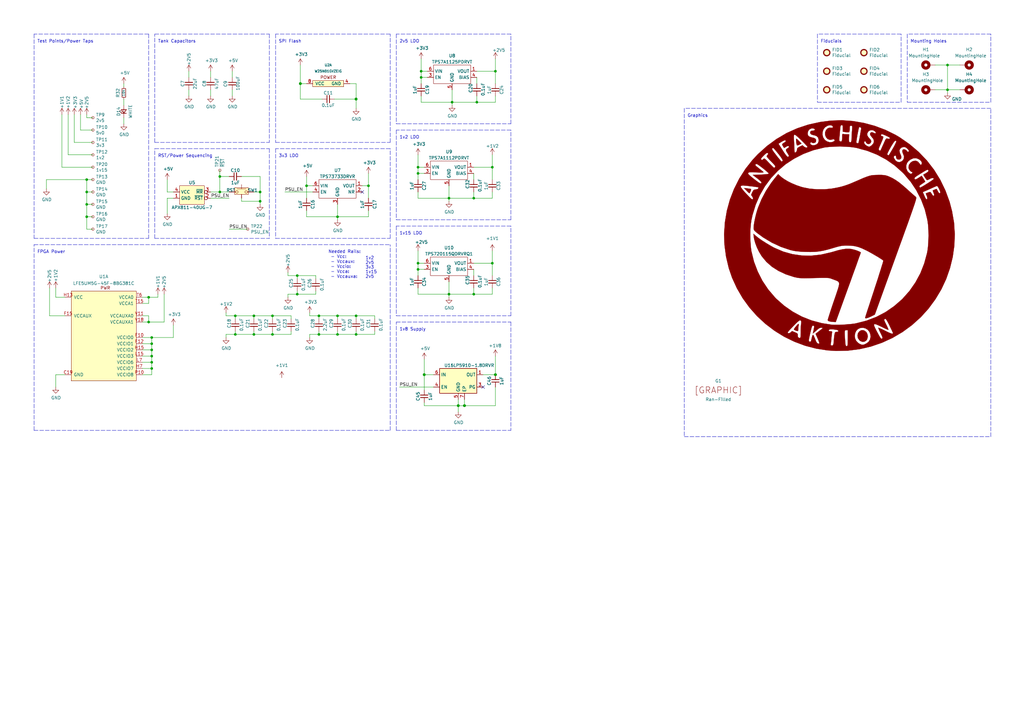
<source format=kicad_sch>
(kicad_sch (version 20211123) (generator eeschema)
  (paper "A3")
  (title_block (title "Squishy - Multitool - PSU") (date "2022-01-19") (rev "2") (company "Shrine Maiden Heavy Industries") (comment 1 "License:  CERN-OHL-S") (comment 2 "© 2022 Aki 'lethalbit' Van Ness, et. al.") (comment 3 "Power supply and test points") (comment 4 "Squishy - SCSI multitool and gateware library"))
  (junction (at 172.72 29.21))
  (junction (at 35.56 83.82))
  (junction (at 195.58 41.91))
  (junction (at 90.17 78.74))
  (junction (at 62.23 140.97))
  (junction (at 203.2 153.67) (diameter 1.016))
  (junction (at 106.68 78.74))
  (junction (at 171.45 71.12))
  (junction (at 35.56 73.66))
  (junction (at 96.52 129.54))
  (junction (at 106.68 82.55))
  (junction (at 184.15 81.28))
  (junction (at 62.23 143.51))
  (junction (at 171.45 107.95))
  (junction (at 121.92 120.65))
  (junction (at 35.56 78.74))
  (junction (at 138.43 88.9))
  (junction (at 171.45 110.49))
  (junction (at 90.17 72.39))
  (junction (at 104.14 129.54))
  (junction (at 172.72 31.75))
  (junction (at 388.62 36.83))
  (junction (at 138.43 137.16))
  (junction (at 146.05 40.64) (diameter 1.016))
  (junction (at 185.42 41.91))
  (junction (at 201.93 107.95))
  (junction (at 388.62 26.67))
  (junction (at 130.81 129.54))
  (junction (at 60.96 132.08))
  (junction (at 151.13 76.2))
  (junction (at 123.19 34.29) (diameter 1.016))
  (junction (at 203.2 29.21))
  (junction (at 201.93 68.58))
  (junction (at 62.23 148.59))
  (junction (at 171.45 68.58))
  (junction (at 190.5 166.37) (diameter 1.016))
  (junction (at 62.23 138.43))
  (junction (at 130.81 137.16))
  (junction (at 125.73 76.2))
  (junction (at 194.31 120.65))
  (junction (at 173.99 153.67) (diameter 1.016))
  (junction (at 96.52 137.16))
  (junction (at 194.31 81.28))
  (junction (at 60.96 121.92))
  (junction (at 62.23 146.05))
  (junction (at 111.76 129.54))
  (junction (at 146.05 129.54))
  (junction (at 62.23 151.13))
  (junction (at 146.05 137.16))
  (junction (at 121.92 113.03))
  (junction (at 184.15 120.65))
  (junction (at 104.14 137.16))
  (junction (at 187.96 166.37) (diameter 1.016))
  (junction (at 35.56 88.9))
  (junction (at 111.76 137.16))
  (junction (at 138.43 129.54))
  (no_connect (at 198.12 158.75))
  (no_connect (at 148.59 78.74))
  (wire (pts (xy 138.43 135.89) (xy 138.43 137.16)))
  (wire (pts (xy 171.45 110.49) (xy 171.45 107.95)))
  (polyline (pts (xy 209.55 92.71) (xy 162.56 92.71)) (stroke (width 0) (type dash)))
  (wire (pts (xy 130.81 130.81) (xy 130.81 129.54)))
  (wire (pts (xy 86.36 31.75) (xy 86.36 29.21)))
  (wire (pts (xy 96.52 137.16) (xy 104.14 137.16)))
  (wire (pts (xy 173.99 153.67) (xy 177.8 153.67)))
  (wire (pts (xy 171.45 68.58) (xy 171.45 63.5)))
  (wire (pts (xy 35.56 48.26) (xy 35.56 46.99)))
  (wire (pts (xy 123.19 40.64) (xy 123.19 34.29)))
  (wire (pts (xy 123.19 34.29) (xy 125.73 34.29)))
  (wire (pts (xy 138.43 129.54) (xy 146.05 129.54)))
  (polyline (pts (xy 209.55 90.17) (xy 209.55 53.34)) (stroke (width 0) (type dash)))
  (wire (pts (xy 203.2 158.75) (xy 203.2 166.37)))
  (wire (pts (xy 58.42 124.46) (xy 60.96 124.46)))
  (polyline (pts (xy 160.02 60.96) (xy 113.03 60.96)) (stroke (width 0) (type dash)))
  (wire (pts (xy 130.81 135.89) (xy 130.81 137.16)))
  (polyline (pts (xy 162.56 90.17) (xy 209.55 90.17)) (stroke (width 0) (type dash)))
  (polyline (pts (xy 280.67 179.07) (xy 406.4 179.07)))
  (wire (pts (xy 171.45 81.28) (xy 184.15 81.28)))
  (wire (pts (xy 185.42 41.91) (xy 185.42 43.18)))
  (wire (pts (xy 50.8 40.64) (xy 50.8 43.18)))
  (wire (pts (xy 388.62 36.83) (xy 388.62 26.67)))
  (wire (pts (xy 58.42 151.13) (xy 62.23 151.13)))
  (wire (pts (xy 194.31 110.49) (xy 194.31 113.03)))
  (polyline (pts (xy 162.56 92.71) (xy 162.56 129.54)) (stroke (width 0) (type dash)))
  (wire (pts (xy 121.92 114.3) (xy 121.92 113.03)))
  (polyline (pts (xy 209.55 132.08) (xy 209.55 176.53)) (stroke (width 0) (type dash)))
  (wire (pts (xy 58.42 146.05) (xy 62.23 146.05)))
  (wire (pts (xy 172.72 29.21) (xy 172.72 24.13)))
  (polyline (pts (xy 162.56 13.97) (xy 162.56 50.8)) (stroke (width 0) (type dash)))
  (wire (pts (xy 119.38 137.16) (xy 119.38 135.89)))
  (wire (pts (xy 99.06 72.39) (xy 106.68 72.39)))
  (wire (pts (xy 106.68 72.39) (xy 106.68 78.74)))
  (wire (pts (xy 35.56 88.9) (xy 35.56 93.98)))
  (wire (pts (xy 35.56 93.98) (xy 38.1 93.98)))
  (wire (pts (xy 92.71 128.27) (xy 92.71 129.54)))
  (wire (pts (xy 173.99 71.12) (xy 171.45 71.12)))
  (wire (pts (xy 27.94 46.99) (xy 27.94 63.5)))
  (wire (pts (xy 38.1 63.5) (xy 27.94 63.5)))
  (wire (pts (xy 121.92 119.38) (xy 121.92 120.65)))
  (wire (pts (xy 201.93 118.11) (xy 201.93 120.65)))
  (polyline (pts (xy 63.5 97.79) (xy 110.49 97.79)) (stroke (width 0) (type dash)))
  (polyline (pts (xy 162.56 129.54) (xy 209.55 129.54)) (stroke (width 0) (type dash)))
  (wire (pts (xy 118.11 120.65) (xy 121.92 120.65)))
  (wire (pts (xy 121.92 120.65) (xy 129.54 120.65)))
  (wire (pts (xy 195.58 39.37) (xy 195.58 41.91)))
  (wire (pts (xy 67.31 132.08) (xy 60.96 132.08)))
  (polyline (pts (xy 406.4 44.45) (xy 280.67 44.45)) (stroke (width 0) (type dash)))
  (wire (pts (xy 125.73 76.2) (xy 128.27 76.2)))
  (wire (pts (xy 92.71 137.16) (xy 96.52 137.16)))
  (wire (pts (xy 203.2 34.29) (xy 203.2 29.21)))
  (wire (pts (xy 77.47 31.75) (xy 77.47 29.21)))
  (polyline (pts (xy 162.56 50.8) (xy 209.55 50.8)) (stroke (width 0) (type dash)))
  (wire (pts (xy 77.47 36.83) (xy 77.47 39.37)))
  (wire (pts (xy 173.99 153.67) (xy 173.99 160.02)))
  (wire (pts (xy 194.31 78.74) (xy 194.31 81.28)))
  (wire (pts (xy 67.31 120.65) (xy 67.31 132.08)))
  (polyline (pts (xy 63.5 58.42) (xy 63.5 13.97)) (stroke (width 0) (type dash)))
  (polyline (pts (xy 110.49 13.97) (xy 110.49 58.42)) (stroke (width 0) (type dash)))
  (polyline (pts (xy 63.5 58.42) (xy 110.49 58.42)) (stroke (width 0) (type dash)))
  (polyline (pts (xy 63.5 13.97) (xy 110.49 13.97)) (stroke (width 0) (type dash)))
  (wire (pts (xy 22.86 153.67) (xy 22.86 158.75)))
  (wire (pts (xy 26.67 153.67) (xy 22.86 153.67)))
  (wire (pts (xy 50.8 34.29) (xy 50.8 35.56)))
  (wire (pts (xy 71.12 138.43) (xy 71.12 133.35)))
  (wire (pts (xy 127 137.16) (xy 127 138.43)))
  (polyline (pts (xy 63.5 97.79) (xy 63.5 60.96)) (stroke (width 0) (type dash)))
  (wire (pts (xy 203.2 153.67) (xy 198.12 153.67)))
  (wire (pts (xy 33.02 46.99) (xy 33.02 53.34)))
  (wire (pts (xy 125.73 86.36) (xy 125.73 88.9)))
  (wire (pts (xy 125.73 88.9) (xy 138.43 88.9)))
  (wire (pts (xy 71.12 78.74) (xy 68.58 78.74)))
  (wire (pts (xy 151.13 76.2) (xy 151.13 71.12)))
  (wire (pts (xy 119.38 130.81) (xy 119.38 129.54)))
  (wire (pts (xy 95.25 36.83) (xy 95.25 39.37)))
  (wire (pts (xy 106.68 82.55) (xy 106.68 83.82)))
  (wire (pts (xy 106.68 78.74) (xy 106.68 82.55)))
  (wire (pts (xy 104.14 78.74) (xy 106.68 78.74)))
  (wire (pts (xy 35.56 88.9) (xy 38.1 88.9)))
  (wire (pts (xy 35.56 83.82) (xy 35.56 88.9)))
  (wire (pts (xy 201.93 102.87) (xy 201.93 107.95)))
  (wire (pts (xy 203.2 146.05) (xy 203.2 153.67)))
  (polyline (pts (xy 406.4 13.97) (xy 372.11 13.97)) (stroke (width 0) (type dash)))
  (wire (pts (xy 203.2 39.37) (xy 203.2 41.91)))
  (wire (pts (xy 184.15 115.57) (xy 184.15 120.65)))
  (wire (pts (xy 138.43 130.81) (xy 138.43 129.54)))
  (wire (pts (xy 383.54 26.67) (xy 388.62 26.67)))
  (wire (pts (xy 171.45 113.03) (xy 171.45 110.49)))
  (wire (pts (xy 35.56 73.66) (xy 35.56 78.74)))
  (wire (pts (xy 35.56 78.74) (xy 38.1 78.74)))
  (polyline (pts (xy 209.55 53.34) (xy 162.56 53.34)) (stroke (width 0) (type dash)))
  (wire (pts (xy 190.5 166.37) (xy 187.96 166.37)))
  (wire (pts (xy 171.45 73.66) (xy 171.45 71.12)))
  (wire (pts (xy 172.72 39.37) (xy 172.72 41.91)))
  (wire (pts (xy 95.25 29.21) (xy 95.25 31.75)))
  (wire (pts (xy 118.11 113.03) (xy 121.92 113.03)))
  (wire (pts (xy 121.92 113.03) (xy 129.54 113.03)))
  (wire (pts (xy 118.11 111.76) (xy 118.11 113.03)))
  (wire (pts (xy 194.31 71.12) (xy 194.31 73.66)))
  (wire (pts (xy 60.96 132.08) (xy 58.42 132.08)))
  (wire (pts (xy 96.52 130.81) (xy 96.52 129.54)))
  (wire (pts (xy 184.15 81.28) (xy 184.15 82.55)))
  (polyline (pts (xy 335.28 13.97) (xy 335.28 41.91)) (stroke (width 0) (type dash)))
  (wire (pts (xy 96.52 129.54) (xy 104.14 129.54)))
  (polyline (pts (xy 13.97 100.33) (xy 160.02 100.33)) (stroke (width 0) (type dash)))
  (wire (pts (xy 111.76 129.54) (xy 119.38 129.54)))
  (wire (pts (xy 194.31 68.58) (xy 201.93 68.58)))
  (wire (pts (xy 68.58 78.74) (xy 68.58 73.66)))
  (polyline (pts (xy 160.02 176.53) (xy 160.02 100.33)) (stroke (width 0) (type dash)))
  (polyline (pts (xy 13.97 176.53) (xy 160.02 176.53)) (stroke (width 0) (type dash)))
  (wire (pts (xy 153.67 137.16) (xy 153.67 135.89)))
  (polyline (pts (xy 280.67 44.45) (xy 280.67 179.07)) (stroke (width 0) (type dash)))
  (wire (pts (xy 58.42 148.59) (xy 62.23 148.59)))
  (wire (pts (xy 22.86 121.92) (xy 26.67 121.92)))
  (wire (pts (xy 22.86 118.11) (xy 22.86 121.92)))
  (polyline (pts (xy 162.56 176.53) (xy 162.56 132.08)) (stroke (width 0) (type dash)))
  (wire (pts (xy 19.05 73.66) (xy 35.56 73.66)))
  (wire (pts (xy 35.56 73.66) (xy 38.1 73.66)))
  (wire (pts (xy 58.42 153.67) (xy 62.23 153.67)))
  (wire (pts (xy 50.8 48.26) (xy 50.8 50.8)))
  (wire (pts (xy 146.05 137.16) (xy 146.05 135.89)))
  (wire (pts (xy 123.19 40.64) (xy 132.08 40.64)))
  (wire (pts (xy 104.14 137.16) (xy 111.76 137.16)))
  (wire (pts (xy 173.99 110.49) (xy 171.45 110.49)))
  (wire (pts (xy 35.56 83.82) (xy 38.1 83.82)))
  (wire (pts (xy 35.56 78.74) (xy 35.56 83.82)))
  (wire (pts (xy 201.93 73.66) (xy 201.93 68.58)))
  (wire (pts (xy 128.27 78.74) (xy 116.84 78.74)))
  (wire (pts (xy 171.45 107.95) (xy 171.45 102.87)))
  (polyline (pts (xy 372.11 41.91) (xy 406.4 41.91)) (stroke (width 0) (type dash)))
  (wire (pts (xy 123.19 26.67) (xy 123.19 34.29)))
  (polyline (pts (xy 209.55 129.54) (xy 209.55 92.71)) (stroke (width 0) (type dash)))
  (wire (pts (xy 62.23 143.51) (xy 62.23 146.05)))
  (wire (pts (xy 62.23 140.97) (xy 62.23 143.51)))
  (wire (pts (xy 62.23 148.59) (xy 62.23 151.13)))
  (wire (pts (xy 62.23 151.13) (xy 62.23 153.67)))
  (wire (pts (xy 62.23 146.05) (xy 62.23 148.59)))
  (wire (pts (xy 62.23 138.43) (xy 62.23 140.97)))
  (wire (pts (xy 62.23 138.43) (xy 71.12 138.43)))
  (wire (pts (xy 58.42 140.97) (xy 62.23 140.97)))
  (wire (pts (xy 99.06 82.55) (xy 106.68 82.55)))
  (wire (pts (xy 99.06 81.28) (xy 99.06 82.55)))
  (wire (pts (xy 146.05 137.16) (xy 153.67 137.16)))
  (wire (pts (xy 60.96 121.92) (xy 64.77 121.92)))
  (wire (pts (xy 146.05 34.29) (xy 146.05 40.64)))
  (wire (pts (xy 143.51 34.29) (xy 146.05 34.29)))
  (wire (pts (xy 104.14 129.54) (xy 111.76 129.54)))
  (wire (pts (xy 172.72 31.75) (xy 172.72 29.21)))
  (wire (pts (xy 172.72 34.29) (xy 172.72 31.75)))
  (wire (pts (xy 90.17 72.39) (xy 90.17 69.85)))
  (wire (pts (xy 187.96 166.37) (xy 187.96 168.91)))
  (wire (pts (xy 175.26 31.75) (xy 172.72 31.75)))
  (polyline (pts (xy 113.03 58.42) (xy 160.02 58.42)) (stroke (width 0) (type dash)))
  (polyline (pts (xy 160.02 13.97) (xy 113.03 13.97)) (stroke (width 0) (type dash)))
  (polyline (pts (xy 160.02 58.42) (xy 160.02 13.97)) (stroke (width 0) (type dash)))
  (polyline (pts (xy 113.03 13.97) (xy 113.03 58.42)) (stroke (width 0) (type dash)))
  (wire (pts (xy 92.71 129.54) (xy 96.52 129.54)))
  (wire (pts (xy 194.31 118.11) (xy 194.31 120.65)))
  (wire (pts (xy 194.31 107.95) (xy 201.93 107.95)))
  (polyline (pts (xy 13.97 97.79) (xy 60.96 97.79)) (stroke (width 0) (type dash)))
  (polyline (pts (xy 60.96 13.97) (xy 13.97 13.97)) (stroke (width 0) (type dash)))
  (polyline (pts (xy 13.97 13.97) (xy 13.97 97.79)) (stroke (width 0) (type dash)))
  (polyline (pts (xy 60.96 13.97) (xy 60.96 97.79)) (stroke (width 0) (type dash)))
  (wire (pts (xy 25.4 46.99) (xy 25.4 68.58)))
  (wire (pts (xy 25.4 68.58) (xy 38.1 68.58)))
  (polyline (pts (xy 162.56 132.08) (xy 209.55 132.08)) (stroke (width 0) (type dash)))
  (wire (pts (xy 19.05 73.66) (xy 19.05 77.47)))
  (wire (pts (xy 190.5 163.83) (xy 190.5 166.37)))
  (wire (pts (xy 184.15 120.65) (xy 184.15 121.92)))
  (wire (pts (xy 127 129.54) (xy 130.81 129.54)))
  (wire (pts (xy 173.99 165.1) (xy 173.99 166.37)))
  (wire (pts (xy 20.32 129.54) (xy 26.67 129.54)))
  (wire (pts (xy 20.32 118.11) (xy 20.32 129.54)))
  (wire (pts (xy 201.93 78.74) (xy 201.93 81.28)))
  (wire (pts (xy 130.81 129.54) (xy 138.43 129.54)))
  (wire (pts (xy 177.8 158.75) (xy 163.83 158.75)))
  (wire (pts (xy 171.45 71.12) (xy 171.45 68.58)))
  (wire (pts (xy 393.7 36.83) (xy 388.62 36.83)))
  (wire (pts (xy 185.42 36.83) (xy 185.42 41.91)))
  (wire (pts (xy 60.96 124.46) (xy 60.96 121.92)))
  (wire (pts (xy 137.16 40.64) (xy 146.05 40.64)))
  (wire (pts (xy 58.42 121.92) (xy 60.96 121.92)))
  (wire (pts (xy 111.76 137.16) (xy 119.38 137.16)))
  (wire (pts (xy 30.48 58.42) (xy 38.1 58.42)))
  (wire (pts (xy 146.05 40.64) (xy 146.05 44.45)))
  (wire (pts (xy 388.62 26.67) (xy 393.7 26.67)))
  (wire (pts (xy 111.76 129.54) (xy 111.76 130.81)))
  (wire (pts (xy 171.45 68.58) (xy 173.99 68.58)))
  (polyline (pts (xy 335.28 41.91) (xy 369.57 41.91)) (stroke (width 0) (type dash)))
  (wire (pts (xy 194.31 81.28) (xy 184.15 81.28)))
  (wire (pts (xy 195.58 31.75) (xy 195.58 34.29)))
  (wire (pts (xy 90.17 72.39) (xy 90.17 78.74)))
  (wire (pts (xy 93.98 72.39) (xy 90.17 72.39)))
  (wire (pts (xy 86.36 36.83) (xy 86.36 39.37)))
  (wire (pts (xy 71.12 81.28) (xy 68.58 81.28)))
  (wire (pts (xy 68.58 81.28) (xy 68.58 87.63)))
  (polyline (pts (xy 13.97 176.53) (xy 13.97 100.33)) (stroke (width 0) (type dash)))
  (wire (pts (xy 201.93 81.28) (xy 194.31 81.28)))
  (wire (pts (xy 127 137.16) (xy 130.81 137.16)))
  (wire (pts (xy 90.17 78.74) (xy 86.36 78.74)))
  (wire (pts (xy 93.98 78.74) (xy 90.17 78.74)))
  (wire (pts (xy 118.11 120.65) (xy 118.11 121.92)))
  (wire (pts (xy 129.54 114.3) (xy 129.54 113.03)))
  (polyline (pts (xy 369.57 41.91) (xy 369.57 13.97)) (stroke (width 0) (type dash)))
  (polyline (pts (xy 369.57 13.97) (xy 335.28 13.97)) (stroke (width 0) (type dash)))
  (wire (pts (xy 104.14 135.89) (xy 104.14 137.16)))
  (wire (pts (xy 388.62 38.1) (xy 388.62 36.83)))
  (wire (pts (xy 203.2 41.91) (xy 195.58 41.91)))
  (wire (pts (xy 195.58 41.91) (xy 185.42 41.91)))
  (polyline (pts (xy 406.4 179.07) (xy 406.4 44.45)) (stroke (width 0) (type dash)))
  (wire (pts (xy 153.67 130.81) (xy 153.67 129.54)))
  (wire (pts (xy 171.45 120.65) (xy 184.15 120.65)))
  (wire (pts (xy 104.14 130.81) (xy 104.14 129.54)))
  (wire (pts (xy 173.99 166.37) (xy 187.96 166.37)))
  (wire (pts (xy 146.05 129.54) (xy 153.67 129.54)))
  (wire (pts (xy 58.42 143.51) (xy 62.23 143.51)))
  (wire (pts (xy 172.72 41.91) (xy 185.42 41.91)))
  (wire (pts (xy 201.93 113.03) (xy 201.93 107.95)))
  (wire (pts (xy 92.71 137.16) (xy 92.71 138.43)))
  (polyline (pts (xy 209.55 13.97) (xy 162.56 13.97)) (stroke (width 0) (type dash)))
  (wire (pts (xy 151.13 76.2) (xy 151.13 81.28)))
  (wire (pts (xy 58.42 129.54) (xy 60.96 129.54)))
  (wire (pts (xy 173.99 153.67) (xy 173.99 147.32)))
  (wire (pts (xy 129.54 119.38) (xy 129.54 120.65)))
  (polyline (pts (xy 209.55 50.8) (xy 209.55 13.97)) (stroke (width 0) (type dash)))
  (wire (pts (xy 388.62 36.83) (xy 383.54 36.83)))
  (wire (pts (xy 125.73 76.2) (xy 125.73 81.28)))
  (wire (pts (xy 201.93 63.5) (xy 201.93 68.58)))
  (wire (pts (xy 33.02 53.34) (xy 38.1 53.34)))
  (wire (pts (xy 86.36 81.28) (xy 93.98 81.28)))
  (wire (pts (xy 146.05 129.54) (xy 146.05 130.81)))
  (wire (pts (xy 30.48 46.99) (xy 30.48 58.42)))
  (wire (pts (xy 58.42 138.43) (xy 62.23 138.43)))
  (wire (pts (xy 187.96 163.83) (xy 187.96 166.37)))
  (wire (pts (xy 151.13 76.2) (xy 148.59 76.2)))
  (wire (pts (xy 171.45 78.74) (xy 171.45 81.28)))
  (polyline (pts (xy 113.03 60.96) (xy 113.03 97.79)) (stroke (width 0) (type dash)))
  (wire (pts (xy 195.58 29.21) (xy 203.2 29.21)))
  (wire (pts (xy 203.2 24.13) (xy 203.2 29.21)))
  (polyline (pts (xy 406.4 41.91) (xy 406.4 13.97)) (stroke (width 0) (type dash)))
  (wire (pts (xy 125.73 72.39) (xy 125.73 76.2)))
  (wire (pts (xy 96.52 135.89) (xy 96.52 137.16)))
  (polyline (pts (xy 160.02 97.79) (xy 160.02 60.96)) (stroke (width 0) (type dash)))
  (wire (pts (xy 171.45 107.95) (xy 173.99 107.95)))
  (wire (pts (xy 203.2 166.37) (xy 190.5 166.37)))
  (wire (pts (xy 130.81 137.16) (xy 138.43 137.16)))
  (polyline (pts (xy 110.49 60.96) (xy 110.49 97.79)) (stroke (width 0) (type dash)))
  (wire (pts (xy 127 128.27) (xy 127 129.54)))
  (polyline (pts (xy 63.5 60.96) (xy 110.49 60.96)) (stroke (width 0) (type dash)))
  (wire (pts (xy 194.31 120.65) (xy 184.15 120.65)))
  (wire (pts (xy 64.77 121.92) (xy 64.77 120.65)))
  (wire (pts (xy 151.13 88.9) (xy 138.43 88.9)))
  (wire (pts (xy 151.13 86.36) (xy 151.13 88.9)))
  (wire (pts (xy 138.43 137.16) (xy 146.05 137.16)))
  (wire (pts (xy 35.56 48.26) (xy 38.1 48.26)))
  (wire (pts (xy 201.93 120.65) (xy 194.31 120.65)))
  (polyline (pts (xy 113.03 97.79) (xy 160.02 97.79)) (stroke (width 0) (type dash)))
  (wire (pts (xy 60.96 129.54) (xy 60.96 132.08)))
  (polyline (pts (xy 162.56 53.34) (xy 162.56 90.17)) (stroke (width 0) (type dash)))
  (wire (pts (xy 172.72 29.21) (xy 175.26 29.21)))
  (polyline (pts (xy 162.56 176.53) (xy 209.55 176.53)) (stroke (width 0) (type dash)))
  (polyline (pts (xy 372.11 13.97) (xy 372.11 41.91)) (stroke (width 0) (type dash)))
  (wire (pts (xy 111.76 137.16) (xy 111.76 135.89)))
  (wire (pts (xy 138.43 83.82) (xy 138.43 88.9)))
  (wire (pts (xy 138.43 88.9) (xy 138.43 90.17)))
  (wire (pts (xy 171.45 118.11) (xy 171.45 120.65)))
  (wire (pts (xy 184.15 76.2) (xy 184.15 81.28)))
  (wire (pts (xy 101.6 93.98) (xy 93.98 93.98)))
  (text "Test Points/Power Taps\n" (at 15.24 17.78 0) (effects (font (size 1.27 1.27)) (justify left bottom)))
  (text "RST/Power Sequencing\n" (at 64.77 64.77 0) (effects (font (size 1.27 1.27)) (justify left bottom)))
  (text "1v8 Supply\n" (at 163.83 135.89 0) (effects (font (size 1.27 1.27)) (justify left bottom)))
  (text "Fiducials" (at 336.55 17.78 0) (effects (font (size 1.27 1.27)) (justify left bottom)))
  (text "2v5" (at 149.86 114.3 0) (effects (font (size 1.27 1.27)) (justify left bottom)))
  (text "Needed Rails:\n - Vcc:\n - Vccaux:\n - Vccio:\n - Vcca:\n - Vccauxa:\n" (at 134.62 114.3 0) (effects (font (size 1.27 1.27)) (justify left bottom)))
  (text "3v3" (at 149.86 110.49 0) (effects (font (size 1.27 1.27)) (justify left bottom)))
  (text "FPGA Power\n" (at 15.24 104.14 0) (effects (font (size 1.27 1.27)) (justify left bottom)))
  (text "3v3 LDO" (at 114.3 64.77 0) (effects (font (size 1.27 1.27)) (justify left bottom)))
  (text "1v2" (at 149.86 106.68 0) (effects (font (size 1.27 1.27)) (justify left bottom)))
  (text "1v2 LDO" (at 163.83 57.15 0) (effects (font (size 1.27 1.27)) (justify left bottom)))
  (text "Tank Capacitors" (at 64.77 17.78 0) (effects (font (size 1.27 1.27)) (justify left bottom)))
  (text "SPI Flash" (at 114.3 17.78 0) (effects (font (size 1.27 1.27)) (justify left bottom)))
  (text "Graphics" (at 281.94 48.26 0) (effects (font (size 1.27 1.27)) (justify left bottom)))
  (text "1v15 LDO" (at 163.83 96.52 0) (effects (font (size 1.27 1.27)) (justify left bottom)))
  (text "1v15" (at 149.86 112.395 0) (effects (font (size 1.27 1.27)) (justify left bottom)))
  (text "Mounting Holes\n" (at 373.38 17.78 0) (effects (font (size 1.27 1.27)) (justify left bottom)))
  (text "2v5 LDO" (at 163.83 17.78 0) (effects (font (size 1.27 1.27)) (justify left bottom)))
  (text "2v5" (at 149.86 108.585 0) (effects (font (size 1.27 1.27)) (justify left bottom)))
  (label "PSU_EN" (at 93.98 81.28 180))
  (label "PSU_EN" (at 93.98 93.98 0))
  (label "PSU_EN" (at 116.84 78.74 0))
  (label "PSU_EN" (at 163.83 158.75 0))
  (symbol (lib_id "Device:C_Small") (at 95.25 34.29 0) (unit 1)
    (property "Reference" "C9" (at 92.5068 34.3916 90))
    (property "Value" "100uF" (at 97.5868 34.163 90))
    (property "Footprint" "Capacitor_SMD:C_1210_3225Metric" (effects hide))
    (property "Datasheet" "https://content.kemet.com/datasheets/KEM_C1006_X5R_SMD.pdf" (effects hide))
    (property "MFR" "KEMET" (effects hide))
    (property "MPN" "C1210C107M4PAC7800" (effects hide))
  )
  (symbol (lib_id "Device:C_Small") (at 195.58 36.83 0) (unit 1)
    (property "Reference" "C20" (at 193.04 38.1 90) (effects (justify left)))
    (property "Value" "0.1uF" (at 198.12 39.37 90) (effects (justify left)))
    (property "Footprint" "Capacitor_SMD:C_0402_1005Metric" (effects hide))
  )
  (symbol (lib_id "power:+3V3") (at 71.12 133.35 0) (unit 1)
    (property "Reference" "#PWR0104" (effects hide))
    (property "Value" "+3V3" (at 71.501 128.9558 0))
  )
  (symbol (lib_id "power:GND") (at 68.58 87.63 0) (unit 1)
    (property "Reference" "#PWR046" (effects hide))
    (property "Value" "GND" (at 68.707 92.0242 0))
  )
  (symbol (lib_id "Device:C_Small") (at 96.52 72.39 90) (unit 1)
    (property "Reference" "C10" (at 96.52 69.85 90))
    (property "Value" "1uF" (at 96.52 74.93 90))
    (property "Footprint" "Capacitor_SMD:C_0603_1608Metric" (effects hide))
    (property "MFR" "Taiyo Yuden" (effects hide))
    (property "MPN" "UMK107BJ105KA-T" (effects hide))
  )
  (symbol (lib_id "lethalbit:SW_Push_Shield") (at 99.06 78.74 0) (mirror y) (unit 1)
    (property "Reference" "SW1" (at 101.6 78.74 0) (effects (justify right bottom)))
    (property "Value" "RST" (at 96.52 78.74 0) (effects (justify left bottom)))
    (property "Footprint" "lethalbit:SW_Tactile_SPST_Angled_TC-1109DE" (effects hide))
    (property "MFR" "XKB Connectivity" (effects hide))
    (property "MPN" "TC-1109DE-C-D" (effects hide))
  )
  (symbol (lib_id "power:+2V5") (at 203.2 24.13 0) (unit 1)
    (property "Reference" "#PWR057" (effects hide))
    (property "Value" "+2V5" (at 201.93 20.574 0) (effects (justify left)))
  )
  (symbol (lib_id "Device:C_Small") (at 119.38 133.35 0) (unit 1)
    (property "Reference" "C23" (at 116.84 134.62 90) (effects (justify left)))
    (property "Value" "0.1uF" (at 121.92 135.89 90) (effects (justify left)))
    (property "Footprint" "Capacitor_SMD:C_0402_1005Metric" (effects hide))
  )
  (symbol (lib_id "Connector:TestPoint_Small") (at 90.17 69.85 90) (unit 1)
    (property "Reference" "TP21" (at 89.0016 68.6308 0) (effects (justify left)))
    (property "Value" "~{RST}" (at 91.313 68.6308 0) (effects (justify left)))
    (property "Footprint" "TestPoint:TestPoint_Pad_D1.0mm" (effects hide))
    (property "MFR" "N/A" (effects hide))
    (property "MPN" "N/A" (effects hide))
  )
  (symbol (lib_id "power:+1V1") (at 64.77 120.65 0) (unit 1)
    (property "Reference" "#PWR0147" (effects hide))
    (property "Value" "+1V1" (at 64.77 115.57 90))
  )
  (symbol (lib_id "Device:C_Small") (at 134.62 40.64 90) (unit 1)
    (property "Reference" "C11" (at 134.62 38.1 90))
    (property "Value" "0.1uF" (at 134.62 43.18 90))
    (property "Footprint" "Capacitor_SMD:C_0603_1608Metric" (effects hide))
    (property "Datasheet" "https://content.kemet.com/datasheets/KEM_C1006_X5R_SMD.pdf" (effects hide))
    (property "MFR" "KEMET" (effects hide))
    (property "MPN" "C0402C104M8PACTU" (effects hide))
  )
  (symbol (lib_id "power:+2V5") (at 171.45 102.87 0) (unit 1)
    (property "Reference" "#PWR060" (effects hide))
    (property "Value" "+2V5" (at 170.18 99.314 0) (effects (justify left)))
  )
  (symbol (lib_id "power:GND") (at 184.15 121.92 0) (unit 1)
    (property "Reference" "#PWR064" (effects hide))
    (property "Value" "GND" (at 184.277 126.3142 0))
  )
  (symbol (lib_id "Mechanical:MountingHole_Pad") (at 381 26.67 90) (unit 1) (in_bom no)
    (property "Reference" "H1" (at 379.73 20.32 90))
    (property "Value" "MountingHole" (at 379.095 22.86 90))
    (property "Footprint" "MountingHole:MountingHole_3.2mm_M3_Pad" (effects hide))
    (property "MFR" "N/A" (effects hide))
    (property "MPN" "N/A" (effects hide))
  )
  (symbol (lib_id "Device:C_Small") (at 201.93 115.57 0) (unit 1)
    (property "Reference" "C36" (at 204.47 115.57 90))
    (property "Value" "1uF" (at 199.39 115.57 90))
    (property "Footprint" "Capacitor_SMD:C_0603_1608Metric" (effects hide))
    (property "MFR" "Taiyo Yuden" (effects hide))
    (property "MPN" "UMK107BJ105KA-T" (effects hide))
  )
  (symbol (lib_id "lethalbit:TPS7A11xx") (at 184.15 69.85 0) (unit 1)
    (property "Reference" "U9" (at 184.15 62.23 0))
    (property "Value" "TPS7A1112PDRVT" (at 184.15 64.77 0))
    (property "Footprint" "Package_SON:WSON-6-1EP_2x2mm_P0.65mm_EP1x1.6mm" (effects hide))
    (property "Datasheet" "https://www.ti.com/lit/ds/symlink/tps7a11.pdf" (effects hide))
    (property "MFR" "Texas Instruments" (effects hide))
    (property "MPN" "TPS7A1112PDRVT" (effects hide))
  )
  (symbol (lib_id "Connector:TestPoint_Small") (at 38.1 93.98 0) (unit 1)
    (property "Reference" "TP17" (at 39.3192 92.8116 0) (effects (justify left)))
    (property "Value" "GND" (at 39.3192 95.123 0) (effects (justify left)))
    (property "Footprint" "TestPoint:TestPoint_Pad_D1.0mm" (effects hide))
    (property "MFR" "N/A" (effects hide))
    (property "MPN" "N/A" (effects hide))
  )
  (symbol (lib_id "Mechanical:MountingHole_Pad") (at 396.24 36.83 270) (unit 1) (in_bom no)
    (property "Reference" "H4" (at 397.51 30.48 90))
    (property "Value" "MountingHole" (at 398.145 33.02 90))
    (property "Footprint" "MountingHole:MountingHole_3.2mm_M3_Pad" (effects hide))
    (property "MFR" "N/A" (effects hide))
    (property "MPN" "N/A" (effects hide))
  )
  (symbol (lib_id "Device:C_Small") (at 104.14 133.35 0) (unit 1)
    (property "Reference" "C21" (at 101.6 134.62 90) (effects (justify left)))
    (property "Value" "0.1uF" (at 106.68 135.89 90) (effects (justify left)))
    (property "Footprint" "Capacitor_SMD:C_0402_1005Metric" (effects hide))
  )
  (symbol (lib_id "Device:C_Small") (at 138.43 133.35 0) (unit 1)
    (property "Reference" "C29" (at 135.89 134.62 90) (effects (justify left)))
    (property "Value" "0.1uF" (at 140.97 135.89 90) (effects (justify left)))
    (property "Footprint" "Capacitor_SMD:C_0402_1005Metric" (effects hide))
  )
  (symbol (lib_id "Connector:TestPoint_Small") (at 38.1 48.26 0) (unit 1)
    (property "Reference" "TP9" (at 39.3192 47.0916 0) (effects (justify left)))
    (property "Value" "2v5" (at 39.3192 49.403 0) (effects (justify left)))
    (property "Footprint" "TestPoint:TestPoint_Pad_D1.0mm" (effects hide))
    (property "MFR" "N/A" (effects hide))
    (property "MPN" "N/A" (effects hide))
  )
  (symbol (lib_id "Mechanical:Fiducial") (at 339.09 36.83 0) (unit 1) (in_bom no)
    (property "Reference" "FID5" (at 341.249 35.6616 0) (effects (justify left)))
    (property "Value" "Fiducial" (at 341.249 37.973 0) (effects (justify left)))
    (property "Footprint" "Fiducial:Fiducial_0.75mm_Mask1.5mm" (effects hide))
    (property "MFR" "N/A" (effects hide))
    (property "MPN" "N/A" (effects hide))
  )
  (symbol (lib_id "power:+1V1") (at 25.4 46.99 0) (unit 1)
    (property "Reference" "#PWR0121" (effects hide))
    (property "Value" "+1V1" (at 25.4 41.91 90))
  )
  (symbol (lib_id "lethalbit:LFE5UM5G-45F-8BG381C") (at 43.18 121.92 0) (unit 1)
    (property "Reference" "U1" (at 42.545 113.4299 0))
    (property "Value" "LFE5UM5G-45F-8BG381C" (at 42.545 116.205 0))
    (property "Footprint" "lethalbit:318caBGA" (effects hide))
    (property "Datasheet" "https://www.latticesemi.com/view_document?document_id=50461" (effects hide))
    (property "MFR" "Lattice" (effects hide))
    (property "MPN" "LFE5UM5G-45F-8BG381C" (effects hide))
  )
  (symbol (lib_id "lethalbit:APX811-40UG-7") (at 78.74 80.01 0) (unit 1)
    (property "Reference" "U5" (at 78.74 74.93 0))
    (property "Value" "APX811-40UG-7" (at 78.74 85.09 0))
    (property "Footprint" "Package_TO_SOT_SMD:SOT-143" (effects hide))
    (property "Datasheet" "https://www.diodes.com/assets/Datasheets/APX811_812.pdf" (effects hide))
    (property "MFR" "Diodes Incorporated" (effects hide))
    (property "MPN" "APX811-40UG-7" (effects hide))
  )
  (symbol (lib_id "power:+2V5") (at 118.11 111.76 0) (unit 1)
    (property "Reference" "#PWR029" (effects hide))
    (property "Value" "+2V5" (at 118.11 109.474 90) (effects (justify left)))
  )
  (symbol (lib_id "Device:C_Small") (at 173.99 162.56 180) (unit 1)
    (property "Reference" "C45" (at 171.45 162.56 90))
    (property "Value" "1uF" (at 176.53 162.56 90))
    (property "Footprint" "Capacitor_SMD:C_0603_1608Metric" (effects hide))
    (property "MFR" "Taiyo Yuden" (effects hide))
    (property "MPN" "UMK107BJ105KA-T" (effects hide))
  )
  (symbol (lib_id "lethalbit-memory:W25N01GVZEIG") (at 134.62 33.02 0) (unit 1)
    (property "Reference" "U2" (at 134.62 26.67 0) (effects (font (size 0.9906 0.9906))))
    (property "Value" "W25N01GVZEIG" (at 134.62 29.21 0) (effects (font (size 0.9906 0.9906))))
    (property "Footprint" "lethalbit-memory:WSON-8-1EP-6.0x8.0mm" (effects hide))
    (property "Datasheet" "https://www.winbond.com/resource-files/w25n01gv%20revl%20050918%20unsecured.pdf" (effects hide))
    (property "MFR" "Winbond" (effects hide))
    (property "MPN" "W25N01GVZEIG TR" (effects hide))
  )
  (symbol (lib_id "Regulator_Linear:LP5912-1.8DRV") (at 187.96 156.21 0) (unit 1)
    (property "Reference" "U16" (at 184.15 149.86 0))
    (property "Value" "LP5910-1.8DRVR" (at 194.31 149.86 0))
    (property "Footprint" "Package_SON:WSON-6-1EP_2x2mm_P0.65mm_EP1x1.6mm_ThermalVias" (effects hide))
    (property "Datasheet" "https://www.ti.com/lit/ds/symlink/lp5910.pdf?HQS=dis-dk-null-digikeymode-dsf-pf-null-wwe&ts=1622766436293" (effects hide))
    (property "MFR" "Texas Instruments" (effects hide))
    (property "MPN" "LP5910-1.8DRVR" (effects hide))
  )
  (symbol (lib_id "power:+5V") (at 125.73 72.39 0) (unit 1)
    (property "Reference" "#PWR054" (effects hide))
    (property "Value" "+5V" (at 126.111 67.9958 0))
  )
  (symbol (lib_id "power:GND") (at 86.36 39.37 0) (unit 1)
    (property "Reference" "#PWR037" (effects hide))
    (property "Value" "GND" (at 86.487 43.7642 0))
  )
  (symbol (lib_id "power:+2V5") (at 35.56 46.99 0) (unit 1)
    (property "Reference" "#PWR0117" (effects hide))
    (property "Value" "+2V5" (at 35.56 44.704 90) (effects (justify left)))
  )
  (symbol (lib_id "Device:C_Small") (at 172.72 36.83 0) (unit 1)
    (property "Reference" "C19" (at 175.26 36.83 90))
    (property "Value" "1uF" (at 170.18 36.83 90))
    (property "Footprint" "Capacitor_SMD:C_0603_1608Metric" (effects hide))
    (property "MFR" "Taiyo Yuden" (effects hide))
    (property "MPN" "UMK107BJ105KA-T" (effects hide))
  )
  (symbol (lib_id "Device:C_Small") (at 129.54 116.84 0) (unit 1)
    (property "Reference" "C26" (at 127 118.11 90) (effects (justify left)))
    (property "Value" "0.1uF" (at 132.08 119.38 90) (effects (justify left)))
    (property "Footprint" "Capacitor_SMD:C_0402_1005Metric" (effects hide))
  )
  (symbol (lib_id "power:+1V2") (at 201.93 63.5 0) (unit 1)
    (property "Reference" "#PWR0101" (effects hide))
    (property "Value" "+1V2" (at 201.93 59.8955 0))
  )
  (symbol (lib_id "lethalbit:TPS737xx") (at 138.43 77.47 0) (unit 1)
    (property "Reference" "U7" (at 138.43 69.85 0))
    (property "Value" "TPS73733DRVR" (at 138.43 72.39 0))
    (property "Footprint" "Package_SON:WSON-6-1EP_2x2mm_P0.65mm_EP1x1.6mm" (effects hide))
    (property "Datasheet" "https://www.ti.com/lit/ds/symlink/tps737.pdf" (effects hide))
    (property "MFR" "Texas Instruments" (effects hide))
    (property "MPN" "TPS73733DRVR" (effects hide))
  )
  (symbol (lib_id "power:+5V") (at 95.25 29.21 0) (unit 1)
    (property "Reference" "#PWR035" (effects hide))
    (property "Value" "+5V" (at 95.631 24.8158 0))
  )
  (symbol (lib_id "power:GND") (at 185.42 43.18 0) (unit 1)
    (property "Reference" "#PWR062" (effects hide))
    (property "Value" "GND" (at 185.547 47.5742 0))
  )
  (symbol (lib_id "power:GND") (at 388.62 38.1 0) (unit 1)
    (property "Reference" "#PWR0110" (effects hide))
    (property "Value" "GND" (at 392.43 40.64 0))
  )
  (symbol (lib_id "Mechanical:MountingHole_Pad") (at 396.24 26.67 270) (unit 1) (in_bom no)
    (property "Reference" "H2" (at 397.51 20.32 90))
    (property "Value" "MountingHole" (at 398.145 22.86 90))
    (property "Footprint" "MountingHole:MountingHole_3.2mm_M3_Pad" (effects hide))
    (property "MFR" "N/A" (effects hide))
    (property "MPN" "N/A" (effects hide))
  )
  (symbol (lib_id "Connector:TestPoint_Small") (at 38.1 73.66 0) (unit 1)
    (property "Reference" "TP13" (at 39.3192 72.4916 0) (effects (justify left)))
    (property "Value" "GND" (at 39.3192 74.803 0) (effects (justify left)))
    (property "Footprint" "TestPoint:TestPoint_Pad_D1.0mm" (effects hide))
    (property "MFR" "N/A" (effects hide))
    (property "MPN" "N/A" (effects hide))
  )
  (symbol (lib_id "Device:C_Small") (at 201.93 76.2 0) (unit 1)
    (property "Reference" "C33" (at 204.47 76.2 90))
    (property "Value" "1uF" (at 199.39 76.2 90))
    (property "Footprint" "Capacitor_SMD:C_0603_1608Metric" (effects hide))
    (property "MFR" "Taiyo Yuden" (effects hide))
    (property "MPN" "UMK107BJ105KA-T" (effects hide))
  )
  (symbol (lib_id "power:GND") (at 106.68 83.82 0) (unit 1)
    (property "Reference" "#PWR045" (effects hide))
    (property "Value" "GND" (at 106.807 88.2142 0))
  )
  (symbol (lib_id "Device:C_Small") (at 194.31 76.2 0) (unit 1)
    (property "Reference" "C32" (at 191.77 77.47 90) (effects (justify left)))
    (property "Value" "0.1uF" (at 196.85 78.74 90) (effects (justify left)))
    (property "Footprint" "Capacitor_SMD:C_0402_1005Metric" (effects hide))
  )
  (symbol (lib_id "lethalbit:TPS7A11xx") (at 184.15 109.22 0) (unit 1)
    (property "Reference" "U10" (at 184.15 101.6 0))
    (property "Value" "TPS720115QDRVRQ1" (at 184.15 104.14 0))
    (property "Footprint" "Package_SON:WSON-6-1EP_2x2mm_P0.65mm_EP1x1.6mm" (effects hide))
    (property "Datasheet" "https://www.ti.com/lit/ds/symlink/tps720-q1.pdf" (effects hide))
    (property "MFR" "Texas Instruments" (effects hide))
    (property "MPN" "TPS720115QDRVRQ1" (effects hide))
  )
  (symbol (lib_id "power:+1V1") (at 201.93 102.87 0) (unit 1)
    (property "Reference" "#PWR0102" (effects hide))
    (property "Value" "+1V1" (at 201.93 97.79 0))
  )
  (symbol (lib_id "Connector:TestPoint_Small") (at 38.1 53.34 0) (unit 1)
    (property "Reference" "TP10" (at 39.3192 52.1716 0) (effects (justify left)))
    (property "Value" "5v0" (at 39.3192 54.483 0) (effects (justify left)))
    (property "Footprint" "TestPoint:TestPoint_Pad_D1.0mm" (effects hide))
    (property "MFR" "N/A" (effects hide))
    (property "MPN" "N/A" (effects hide))
  )
  (symbol (lib_id "power:GND") (at 19.05 77.47 0) (unit 1)
    (property "Reference" "#PWR043" (effects hide))
    (property "Value" "GND" (at 19.177 81.8642 0))
  )
  (symbol (lib_id "power:GND") (at 50.8 50.8 0) (unit 1)
    (property "Reference" "#PWR078" (effects hide))
    (property "Value" "GND" (at 50.927 55.1942 0))
  )
  (symbol (lib_id "power:+2V5") (at 20.32 118.11 0) (unit 1)
    (property "Reference" "#PWR0118" (effects hide))
    (property "Value" "+2V5" (at 20.32 115.824 90) (effects (justify left)))
  )
  (symbol (lib_id "power:+3V3") (at 151.13 71.12 0) (unit 1)
    (property "Reference" "#PWR053" (effects hide))
    (property "Value" "+3V3" (at 151.511 66.7258 0))
  )
  (symbol (lib_id "lethalbit:TPS7A11xx") (at 185.42 30.48 0) (unit 1)
    (property "Reference" "U8" (at 185.42 22.86 0))
    (property "Value" "TPS7A1125PDRVT" (at 185.42 25.4 0))
    (property "Footprint" "Package_SON:WSON-6-1EP_2x2mm_P0.65mm_EP1x1.6mm" (effects hide))
    (property "Datasheet" "https://www.ti.com/lit/ds/symlink/tps7a11.pdf" (effects hide))
    (property "MFR" "Texas Instruments" (effects hide))
    (property "MPN" "TPS7A1125PDRVT" (effects hide))
  )
  (symbol (lib_id "Device:C_Small") (at 151.13 83.82 0) (unit 1)
    (property "Reference" "C17" (at 153.67 83.82 90))
    (property "Value" "1uF" (at 148.59 83.82 90))
    (property "Footprint" "Capacitor_SMD:C_0603_1608Metric" (effects hide))
    (property "MFR" "Taiyo Yuden" (effects hide))
    (property "MPN" "UMK107BJ105KA-T" (effects hide))
  )
  (symbol (lib_id "power:+3V3") (at 123.19 26.67 0) (unit 1)
    (property "Reference" "#PWR047" (effects hide))
    (property "Value" "+3V3" (at 123.571 22.2758 0))
  )
  (symbol (lib_id "power:+5V") (at 173.99 147.32 0) (unit 1)
    (property "Reference" "#PWR0148" (effects hide))
    (property "Value" "+5V" (at 174.371 142.9258 0))
  )
  (symbol (lib_id "power:+5V") (at 33.02 46.99 0) (unit 1)
    (property "Reference" "#PWR041" (effects hide))
    (property "Value" "+5V" (at 33.401 44.704 90) (effects (justify left)))
  )
  (symbol (lib_id "Device:C_Small") (at 194.31 115.57 0) (unit 1)
    (property "Reference" "C35" (at 191.77 116.84 90) (effects (justify left)))
    (property "Value" "0.1uF" (at 196.85 118.11 90) (effects (justify left)))
    (property "Footprint" "Capacitor_SMD:C_0402_1005Metric" (effects hide))
  )
  (symbol (lib_id "Connector:TestPoint_Small") (at 38.1 63.5 0) (unit 1)
    (property "Reference" "TP12" (at 39.3192 62.3316 0) (effects (justify left)))
    (property "Value" "1v2" (at 39.3192 64.643 0) (effects (justify left)))
    (property "Footprint" "TestPoint:TestPoint_Pad_D1.0mm" (effects hide))
    (property "MFR" "N/A" (effects hide))
    (property "MPN" "N/A" (effects hide))
  )
  (symbol (lib_id "power:GND") (at 146.05 44.45 0) (unit 1)
    (property "Reference" "#PWR048" (effects hide))
    (property "Value" "GND" (at 146.177 48.8442 0))
  )
  (symbol (lib_id "Device:C_Small") (at 121.92 116.84 0) (unit 1)
    (property "Reference" "C25" (at 119.38 118.11 90) (effects (justify left)))
    (property "Value" "0.1uF" (at 124.46 119.38 90) (effects (justify left)))
    (property "Footprint" "Capacitor_SMD:C_0402_1005Metric" (effects hide))
  )
  (symbol (lib_id "power:+3V3") (at 127 128.27 0) (unit 1)
    (property "Reference" "#PWR033" (effects hide))
    (property "Value" "+3V3" (at 127.381 123.8758 0))
  )
  (symbol (lib_id "Mechanical:MountingHole_Pad") (at 381 36.83 90) (unit 1) (in_bom no)
    (property "Reference" "H3" (at 379.73 30.48 90))
    (property "Value" "MountingHole" (at 380.365 33.02 90))
    (property "Footprint" "MountingHole:MountingHole_3.2mm_M3_Pad" (effects hide))
    (property "MFR" "N/A" (effects hide))
    (property "MPN" "N/A" (effects hide))
  )
  (symbol (lib_id "Device:C_Small") (at 171.45 76.2 0) (unit 1)
    (property "Reference" "C27" (at 173.99 76.2 90))
    (property "Value" "1uF" (at 168.91 76.2 90))
    (property "Footprint" "Capacitor_SMD:C_0603_1608Metric" (effects hide))
    (property "MFR" "Taiyo Yuden" (effects hide))
    (property "MPN" "UMK107BJ105KA-T" (effects hide))
  )
  (symbol (lib_id "Mechanical:Fiducial") (at 354.33 36.83 0) (unit 1) (in_bom no)
    (property "Reference" "FID6" (at 356.489 35.6616 0) (effects (justify left)))
    (property "Value" "Fiducial" (at 356.489 37.973 0) (effects (justify left)))
    (property "Footprint" "Fiducial:Fiducial_0.75mm_Mask1.5mm" (effects hide))
    (property "MFR" "N/A" (effects hide))
    (property "MPN" "N/A" (effects hide))
  )
  (symbol (lib_id "Device:C_Small") (at 86.36 34.29 180) (unit 1)
    (property "Reference" "C8" (at 83.82 34.29 90))
    (property "Value" "47uF" (at 88.9 34.29 90))
    (property "Footprint" "Capacitor_SMD:C_1210_3225Metric" (effects hide))
    (property "Datasheet" "https://ds.yuden.co.jp/TYCOMPAS/eu/detail?pn=EMK325ABJ476KMHP&u=M" (effects hide))
    (property "MFR" "Taiyo Yuden" (effects hide))
    (property "MPN" "EMK325ABJ476KMHP" (effects hide))
  )
  (symbol (lib_id "Device:R_Small") (at 50.8 38.1 0) (unit 1)
    (property "Reference" "R32" (at 48.3616 38.1 90))
    (property "Value" "10k" (at 50.673 38.1 90) (effects (font (size 1 1))))
    (property "Footprint" "Resistor_SMD:R_0603_1608Metric" (effects hide))
    (property "MFR" "Vishay Dale" (effects hide))
    (property "MPN" "CRCW06036K80FKEA" (effects hide))
  )
  (symbol (lib_id "power:GND") (at 22.86 158.75 0) (unit 1)
    (property "Reference" "#PWR0103" (effects hide))
    (property "Value" "GND" (at 22.987 163.1442 0))
  )
  (symbol (lib_id "Device:C_Small") (at 171.45 115.57 0) (unit 1)
    (property "Reference" "C34" (at 173.99 115.57 90))
    (property "Value" "1uF" (at 168.91 115.57 90))
    (property "Footprint" "Capacitor_SMD:C_0603_1608Metric" (effects hide))
    (property "MFR" "Taiyo Yuden" (effects hide))
    (property "MPN" "UMK107BJ105KA-T" (effects hide))
  )
  (symbol (lib_id "Device:C_Small") (at 146.05 133.35 0) (unit 1)
    (property "Reference" "C30" (at 143.51 134.62 90) (effects (justify left)))
    (property "Value" "0.1uF" (at 148.59 135.89 90) (effects (justify left)))
    (property "Footprint" "Capacitor_SMD:C_0402_1005Metric" (effects hide))
  )
  (symbol (lib_id "Device:C_Small") (at 130.81 133.35 0) (unit 1)
    (property "Reference" "C28" (at 128.27 134.62 90) (effects (justify left)))
    (property "Value" "2.2uF" (at 133.35 135.89 90) (effects (justify left)))
    (property "Footprint" "Capacitor_SMD:C_0603_1608Metric" (effects hide))
  )
  (symbol (lib_id "Connector:TestPoint_Small") (at 101.6 93.98 0) (unit 1)
    (property "Reference" "TP22" (at 102.8192 92.8116 0) (effects (justify left)))
    (property "Value" "PSU_EN" (at 102.8192 95.123 0) (effects (justify left)))
    (property "Footprint" "TestPoint:TestPoint_Pad_D1.0mm" (effects hide))
    (property "MFR" "N/A" (effects hide))
    (property "MPN" "N/A" (effects hide))
  )
  (symbol (lib_id "power:+2V5") (at 77.47 29.21 0) (unit 1)
    (property "Reference" "#PWR0116" (effects hide))
    (property "Value" "+2V5" (at 77.47 26.924 90) (effects (justify left)))
  )
  (symbol (lib_id "power:+5V") (at 68.58 73.66 0) (unit 1)
    (property "Reference" "#PWR044" (effects hide))
    (property "Value" "+5V" (at 68.961 69.2658 0))
  )
  (symbol (lib_id "power:GND") (at 138.43 90.17 0) (unit 1)
    (property "Reference" "#PWR055" (effects hide))
    (property "Value" "GND" (at 138.557 94.5642 0))
  )
  (symbol (lib_id "Mechanical:Fiducial") (at 354.33 21.59 0) (unit 1) (in_bom no)
    (property "Reference" "FID2" (at 356.489 20.4216 0) (effects (justify left)))
    (property "Value" "Fiducial" (at 356.489 22.733 0) (effects (justify left)))
    (property "Footprint" "Fiducial:Fiducial_0.75mm_Mask1.5mm" (effects hide))
    (property "MFR" "N/A" (effects hide))
    (property "MPN" "N/A" (effects hide))
  )
  (symbol (lib_id "Device:C_Small") (at 125.73 83.82 0) (unit 1)
    (property "Reference" "C16" (at 128.27 83.82 90))
    (property "Value" "1uF" (at 123.19 83.82 90))
    (property "Footprint" "Capacitor_SMD:C_0603_1608Metric" (effects hide))
    (property "MFR" "Taiyo Yuden" (effects hide))
    (property "MPN" "UMK107BJ105KA-T" (effects hide))
  )
  (symbol (lib_id "power:+1V8") (at 203.2 146.05 0) (unit 1)
    (property "Reference" "#PWR0150" (effects hide))
    (property "Value" "+1V8" (at 205.74 142.494 0) (effects (justify right bottom)))
  )
  (symbol (lib_id "Mechanical:Fiducial") (at 339.09 21.59 0) (unit 1) (in_bom no)
    (property "Reference" "FID1" (at 341.249 20.4216 0) (effects (justify left)))
    (property "Value" "Fiducial" (at 341.249 22.733 0) (effects (justify left)))
    (property "Footprint" "Fiducial:Fiducial_0.75mm_Mask1.5mm" (effects hide))
    (property "MFR" "N/A" (effects hide))
    (property "MPN" "N/A" (effects hide))
  )
  (symbol (lib_id "power:+3V3") (at 86.36 29.21 0) (unit 1)
    (property "Reference" "#PWR034" (effects hide))
    (property "Value" "+3V3" (at 86.741 24.8158 0))
  )
  (symbol (lib_id "power:GND") (at 95.25 39.37 0) (unit 1)
    (property "Reference" "#PWR038" (effects hide))
    (property "Value" "GND" (at 95.377 43.7642 0))
  )
  (symbol (lib_id "Device:C_Small") (at 203.2 156.21 180) (unit 1)
    (property "Reference" "C46" (at 200.66 156.21 90))
    (property "Value" "1uF" (at 205.74 156.21 90))
    (property "Footprint" "Capacitor_SMD:C_0603_1608Metric" (effects hide))
    (property "MFR" "Taiyo Yuden" (effects hide))
    (property "MPN" "UMK107BJ105KA-T" (effects hide))
  )
  (symbol (lib_id "power:+1V2") (at 92.71 128.27 0) (unit 1)
    (property "Reference" "#PWR0127" (effects hide))
    (property "Value" "+1V2" (at 92.71 124.6655 0))
  )
  (symbol (lib_id "power:GND") (at 118.11 121.92 0) (unit 1)
    (property "Reference" "#PWR042" (effects hide))
    (property "Value" "GND" (at 118.237 126.3142 0))
  )
  (symbol (lib_id "Device:C_Small") (at 111.76 133.35 0) (unit 1)
    (property "Reference" "C22" (at 109.22 134.62 90) (effects (justify left)))
    (property "Value" "0.1uF" (at 114.3 135.89 90) (effects (justify left)))
    (property "Footprint" "Capacitor_SMD:C_0402_1005Metric" (effects hide))
  )
  (symbol (lib_id "power:+3V3") (at 171.45 63.5 0) (unit 1)
    (property "Reference" "#PWR058" (effects hide))
    (property "Value" "+3V3" (at 171.831 59.1058 0))
  )
  (symbol (lib_id "Mechanical:Fiducial") (at 339.09 29.21 0) (unit 1) (in_bom no)
    (property "Reference" "FID3" (at 341.249 28.0416 0) (effects (justify left)))
    (property "Value" "Fiducial" (at 341.249 30.353 0) (effects (justify left)))
    (property "Footprint" "Fiducial:Fiducial_0.75mm_Mask1.5mm" (effects hide))
    (property "MFR" "N/A" (effects hide))
    (property "MPN" "N/A" (effects hide))
  )
  (symbol (lib_id "power:GND") (at 127 138.43 0) (unit 1)
    (property "Reference" "#PWR052" (effects hide))
    (property "Value" "GND" (at 127.127 142.8242 0))
  )
  (symbol (lib_id "power:GND") (at 187.96 168.91 0) (unit 1)
    (property "Reference" "#PWR0149" (effects hide))
    (property "Value" "GND" (at 188.087 173.3042 0))
  )
  (symbol (lib_id "power:+1V2") (at 22.86 118.11 0) (unit 1)
    (property "Reference" "#PWR0122" (effects hide))
    (property "Value" "+1V2" (at 22.86 113.03 90))
  )
  (symbol (lib_id "power:GND") (at 92.71 138.43 0) (unit 1)
    (property "Reference" "#PWR013" (effects hide))
    (property "Value" "GND" (at 92.837 142.8242 0))
  )
  (symbol (lib_id "Connector:TestPoint_Small") (at 38.1 68.58 0) (unit 1)
    (property "Reference" "TP20" (at 39.3192 67.4116 0) (effects (justify left)))
    (property "Value" "1v15" (at 39.3192 69.723 0) (effects (justify left)))
    (property "Footprint" "TestPoint:TestPoint_Pad_D1.0mm" (effects hide))
    (property "MFR" "N/A" (effects hide))
    (property "MPN" "N/A" (effects hide))
  )
  (symbol (lib_id "Connector:TestPoint_Small") (at 38.1 88.9 0) (unit 1)
    (property "Reference" "TP16" (at 39.3192 87.7316 0) (effects (justify left)))
    (property "Value" "GND" (at 39.3192 90.043 0) (effects (justify left)))
    (property "Footprint" "TestPoint:TestPoint_Pad_D1.0mm" (effects hide))
    (property "MFR" "N/A" (effects hide))
    (property "MPN" "N/A" (effects hide))
  )
  (symbol (lib_id "power:GND") (at 77.47 39.37 0) (unit 1)
    (property "Reference" "#PWR036" (effects hide))
    (property "Value" "GND" (at 77.597 43.7642 0))
  )
  (symbol (lib_id "lethalbit-graphics:Graphic") (at 294.64 160.02 0) (unit 1) (in_bom no)
    (property "Reference" "G1" (at 294.64 156.21 0))
    (property "Value" "Ran-Filled" (at 294.64 163.83 0))
    (property "Footprint" "lethalbit-graphics:yuki_10x11" (effects hide))
    (property "MFR" "N/A" (effects hide))
    (property "MPN" "N/A" (effects hide))
  )
  (symbol (lib_id "Device:LED_Small") (at 50.8 45.72 90) (unit 1)
    (property "Reference" "D14" (at 48.641 45.72 0))
    (property "Value" "WHITE" (at 53.4924 45.72 0))
    (property "Footprint" "LED_SMD:LED_0603_1608Metric_Pad1.05x0.95mm_HandSolder" (effects hide))
    (property "MFR" "ROHM Semiconductor" (effects hide))
    (property "MPN" "SMLEN3WBC8W1" (effects hide))
  )
  (symbol (lib_id "power:+1V2") (at 27.94 46.99 0) (unit 1)
    (property "Reference" "#PWR0115" (effects hide))
    (property "Value" "+1V2" (at 27.94 41.91 90))
  )
  (symbol (lib_id "Connector:TestPoint_Small") (at 38.1 78.74 0) (unit 1)
    (property "Reference" "TP14" (at 39.3192 77.5716 0) (effects (justify left)))
    (property "Value" "GND" (at 39.3192 79.883 0) (effects (justify left)))
    (property "Footprint" "TestPoint:TestPoint_Pad_D1.0mm" (effects hide))
    (property "MFR" "N/A" (effects hide))
    (property "MPN" "N/A" (effects hide))
  )
  (symbol (lib_id "power:+2V5") (at 67.31 120.65 0) (unit 1)
    (property "Reference" "#PWR0146" (effects hide))
    (property "Value" "+2V5" (at 67.31 118.364 90) (effects (justify left)))
  )
  (symbol (lib_id "Connector:TestPoint_Small") (at 38.1 58.42 0) (unit 1)
    (property "Reference" "TP11" (at 39.3192 57.2516 0) (effects (justify left)))
    (property "Value" "3v3" (at 39.3192 59.563 0) (effects (justify left)))
    (property "Footprint" "TestPoint:TestPoint_Pad_D1.0mm" (effects hide))
    (property "MFR" "N/A" (effects hide))
    (property "MPN" "N/A" (effects hide))
  )
  (symbol (lib_id "Connector:TestPoint_Small") (at 38.1 83.82 0) (unit 1)
    (property "Reference" "TP15" (at 39.3192 82.6516 0) (effects (justify left)))
    (property "Value" "GND" (at 39.3192 84.963 0) (effects (justify left)))
    (property "Footprint" "TestPoint:TestPoint_Pad_D1.0mm" (effects hide))
    (property "MFR" "N/A" (effects hide))
    (property "MPN" "N/A" (effects hide))
  )
  (symbol (lib_id "power:+3V3") (at 30.48 46.99 0) (unit 1)
    (property "Reference" "#PWR040" (effects hide))
    (property "Value" "+3V3" (at 30.861 44.704 90) (effects (justify left)))
  )
  (symbol (lib_id "Device:C_Small") (at 77.47 34.29 180) (unit 1)
    (property "Reference" "C7" (at 74.93 34.29 90))
    (property "Value" "22uF" (at 80.01 34.29 90))
    (property "Footprint" "Capacitor_SMD:C_1210_3225Metric" (effects hide))
    (property "Datasheet" "https://ds.yuden.co.jp/TYCOMPAS/eu/detail?pn=EMK325ABJ476KMHP&u=M" (effects hide))
    (property "MFR" "Taiyo Yuden" (effects hide))
  )
  (symbol (lib_id "Mechanical:Fiducial") (at 354.33 29.21 0) (unit 1) (in_bom no)
    (property "Reference" "FID4" (at 356.489 28.0416 0) (effects (justify left)))
    (property "Value" "Fiducial" (at 356.489 30.353 0) (effects (justify left)))
    (property "Footprint" "Fiducial:Fiducial_0.75mm_Mask1.5mm" (effects hide))
    (property "MFR" "N/A" (effects hide))
    (property "MPN" "N/A" (effects hide))
  )
  (symbol (lib_id "Device:C_Small") (at 96.52 133.35 0) (unit 1)
    (property "Reference" "C18" (at 93.98 134.62 90) (effects (justify left)))
    (property "Value" "0.1uF" (at 99.06 135.89 90) (effects (justify left)))
    (property "Footprint" "Capacitor_SMD:C_0402_1005Metric" (effects hide))
  )
  (symbol (lib_id "power:GND") (at 184.15 82.55 0) (unit 1)
    (property "Reference" "#PWR063" (effects hide))
    (property "Value" "GND" (at 184.277 86.9442 0))
  )
  (symbol (lib_id "Device:C_Small") (at 203.2 36.83 0) (unit 1)
    (property "Reference" "C24" (at 205.74 36.83 90))
    (property "Value" "1uF" (at 200.66 36.83 90))
    (property "Footprint" "Capacitor_SMD:C_0603_1608Metric" (effects hide))
    (property "MFR" "Taiyo Yuden" (effects hide))
    (property "MPN" "UMK107BJ105KA-T" (effects hide))
  )
  (symbol (lib_id "power:+5V") (at 50.8 34.29 0) (unit 1)
    (property "Reference" "#PWR077" (effects hide))
    (property "Value" "+5V" (at 51.181 29.8958 0))
  )
  (symbol (lib_id "power:+3V3") (at 172.72 24.13 0) (unit 1)
    (property "Reference" "#PWR056" (effects hide))
    (property "Value" "+3V3" (at 173.101 19.7358 0))
  )
  (symbol (lib_id "power:+1V1") (at 115.57 154.94 0) (unit 1)
    (property "Reference" "#PWR0128" (effects hide))
    (property "Value" "+1V1" (at 115.57 149.86 0))
  )
  (symbol (lib_id "Device:C_Small") (at 153.67 133.35 0) (unit 1)
    (property "Reference" "C31" (at 151.13 134.62 90) (effects (justify left)))
    (property "Value" "0.1uF" (at 156.21 135.89 90) (effects (justify left)))
    (property "Footprint" "Capacitor_SMD:C_0402_1005Metric" (effects hide))
  )
  (symbol (lib_id "lethalbit-graphics:Antifaschistische_Aktion") (at 344.17 46.99 0) (unit 1) (in_bom no)
    (property "Reference" "G2" (effects hide))
    (property "Value" "Antifaschistische_Aktion" (effects hide))
    (property "Footprint" "DX-MON:Antifaschistische-Aktion_Inv_600dpi" (effects hide))
    (property "MFR" "N/A" (effects hide))
    (property "MPN" "N/A" (effects hide))
  )
)
</source>
